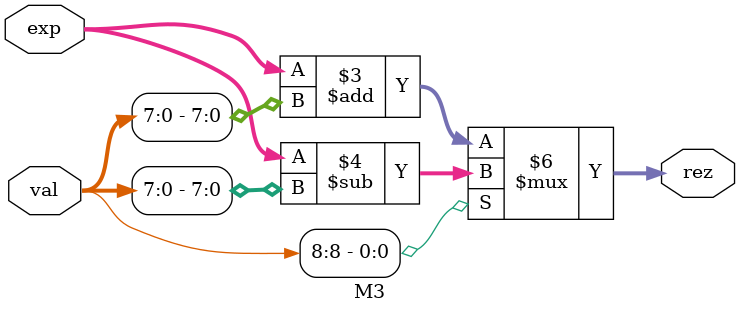
<source format=v>
`timescale 1ns / 1ps


module M3(
   exp,  val, rez
    );
    input [7:0] exp;
    input [8:0] val;
    output [7:0] rez;
    reg [7:0] rez;
    
    always @(*)
    begin
    if(val[8] == 0) 
    begin
    rez[7:0] = exp[7:0] + val[7:0];
    end else 
    begin rez[7:0] = exp[7:0] - val[7:0];
    //rez = exp - val;
    end
    
    end
    
endmodule


</source>
